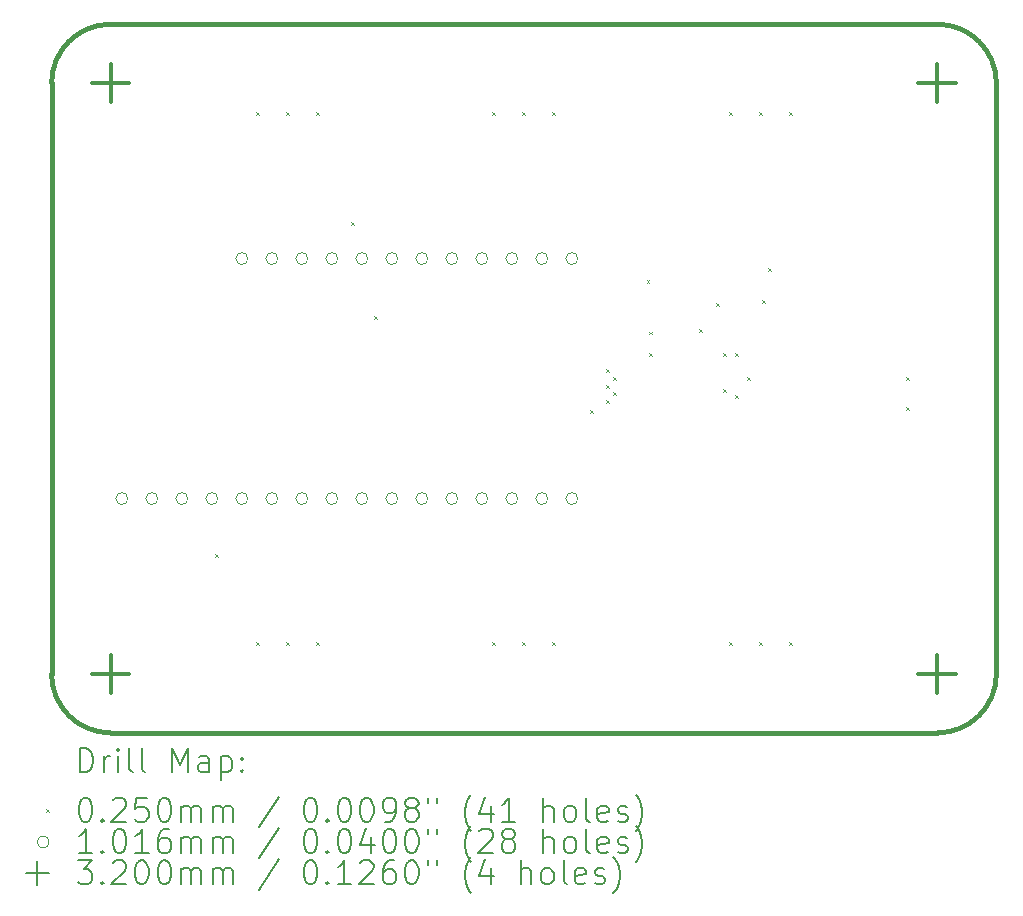
<source format=gbr>
%TF.GenerationSoftware,KiCad,Pcbnew,7.0.11*%
%TF.CreationDate,2025-02-19T11:42:59-05:00*%
%TF.ProjectId,thruster-pcb,74687275-7374-4657-922d-7063622e6b69,1.0*%
%TF.SameCoordinates,Original*%
%TF.FileFunction,Drillmap*%
%TF.FilePolarity,Positive*%
%FSLAX45Y45*%
G04 Gerber Fmt 4.5, Leading zero omitted, Abs format (unit mm)*
G04 Created by KiCad (PCBNEW 7.0.11) date 2025-02-19 11:42:59*
%MOMM*%
%LPD*%
G01*
G04 APERTURE LIST*
%ADD10C,0.400000*%
%ADD11C,0.200000*%
%ADD12C,0.100000*%
%ADD13C,0.101600*%
%ADD14C,0.320000*%
G04 APERTURE END LIST*
D10*
X11815000Y-12635000D02*
X11815000Y-7635000D01*
X19315000Y-13135000D02*
X12315000Y-13135000D01*
X19815000Y-7635000D02*
X19815000Y-12635000D01*
X12315000Y-7135000D02*
G75*
G03*
X11815000Y-7635000I0J-500000D01*
G01*
X19815000Y-7635000D02*
G75*
G03*
X19315000Y-7135000I-500000J0D01*
G01*
X19315000Y-13135000D02*
G75*
G03*
X19815000Y-12635000I0J500000D01*
G01*
X12315000Y-7135000D02*
X19315000Y-7135000D01*
X11815000Y-12635000D02*
G75*
G03*
X12315000Y-13135000I500000J0D01*
G01*
D11*
D12*
X13202500Y-11622500D02*
X13227500Y-11647500D01*
X13227500Y-11622500D02*
X13202500Y-11647500D01*
X13548500Y-7876500D02*
X13573500Y-7901500D01*
X13573500Y-7876500D02*
X13548500Y-7901500D01*
X13548500Y-12368500D02*
X13573500Y-12393500D01*
X13573500Y-12368500D02*
X13548500Y-12393500D01*
X13802500Y-7876500D02*
X13827500Y-7901500D01*
X13827500Y-7876500D02*
X13802500Y-7901500D01*
X13802500Y-12368500D02*
X13827500Y-12393500D01*
X13827500Y-12368500D02*
X13802500Y-12393500D01*
X14056500Y-7876500D02*
X14081500Y-7901500D01*
X14081500Y-7876500D02*
X14056500Y-7901500D01*
X14056500Y-12368500D02*
X14081500Y-12393500D01*
X14081500Y-12368500D02*
X14056500Y-12393500D01*
X14352650Y-8811630D02*
X14377650Y-8836630D01*
X14377650Y-8811630D02*
X14352650Y-8836630D01*
X14545930Y-9605390D02*
X14570930Y-9630390D01*
X14570930Y-9605390D02*
X14545930Y-9630390D01*
X15548500Y-7876500D02*
X15573500Y-7901500D01*
X15573500Y-7876500D02*
X15548500Y-7901500D01*
X15548500Y-12368500D02*
X15573500Y-12393500D01*
X15573500Y-12368500D02*
X15548500Y-12393500D01*
X15802500Y-7876500D02*
X15827500Y-7901500D01*
X15827500Y-7876500D02*
X15802500Y-7901500D01*
X15802500Y-12368500D02*
X15827500Y-12393500D01*
X15827500Y-12368500D02*
X15802500Y-12393500D01*
X16056500Y-7876500D02*
X16081500Y-7901500D01*
X16081500Y-7876500D02*
X16056500Y-7901500D01*
X16056500Y-12368500D02*
X16081500Y-12393500D01*
X16081500Y-12368500D02*
X16056500Y-12393500D01*
X16377500Y-10397500D02*
X16402500Y-10422500D01*
X16402500Y-10397500D02*
X16377500Y-10422500D01*
X16507500Y-10057500D02*
X16532500Y-10082500D01*
X16532500Y-10057500D02*
X16507500Y-10082500D01*
X16507500Y-10187500D02*
X16532500Y-10212500D01*
X16532500Y-10187500D02*
X16507500Y-10212500D01*
X16507500Y-10317500D02*
X16532500Y-10342500D01*
X16532500Y-10317500D02*
X16507500Y-10342500D01*
X16572500Y-10122500D02*
X16597500Y-10147500D01*
X16597500Y-10122500D02*
X16572500Y-10147500D01*
X16572500Y-10252500D02*
X16597500Y-10277500D01*
X16597500Y-10252500D02*
X16572500Y-10277500D01*
X16852500Y-9297500D02*
X16877500Y-9322500D01*
X16877500Y-9297500D02*
X16852500Y-9322500D01*
X16877500Y-9736860D02*
X16902500Y-9761860D01*
X16902500Y-9736860D02*
X16877500Y-9761860D01*
X16877500Y-9922500D02*
X16902500Y-9947500D01*
X16902500Y-9922500D02*
X16877500Y-9947500D01*
X17296140Y-9715800D02*
X17321140Y-9740800D01*
X17321140Y-9715800D02*
X17296140Y-9740800D01*
X17443070Y-9494400D02*
X17468070Y-9519400D01*
X17468070Y-9494400D02*
X17443070Y-9519400D01*
X17502500Y-9922500D02*
X17527500Y-9947500D01*
X17527500Y-9922500D02*
X17502500Y-9947500D01*
X17502500Y-10222500D02*
X17527500Y-10247500D01*
X17527500Y-10222500D02*
X17502500Y-10247500D01*
X17548500Y-7876500D02*
X17573500Y-7901500D01*
X17573500Y-7876500D02*
X17548500Y-7901500D01*
X17548500Y-12368500D02*
X17573500Y-12393500D01*
X17573500Y-12368500D02*
X17548500Y-12393500D01*
X17602500Y-9922500D02*
X17627500Y-9947500D01*
X17627500Y-9922500D02*
X17602500Y-9947500D01*
X17602500Y-10272500D02*
X17627500Y-10297500D01*
X17627500Y-10272500D02*
X17602500Y-10297500D01*
X17702500Y-10122500D02*
X17727500Y-10147500D01*
X17727500Y-10122500D02*
X17702500Y-10147500D01*
X17802500Y-7876500D02*
X17827500Y-7901500D01*
X17827500Y-7876500D02*
X17802500Y-7901500D01*
X17802500Y-12368500D02*
X17827500Y-12393500D01*
X17827500Y-12368500D02*
X17802500Y-12393500D01*
X17827500Y-9472500D02*
X17852500Y-9497500D01*
X17852500Y-9472500D02*
X17827500Y-9497500D01*
X17877500Y-9197500D02*
X17902500Y-9222500D01*
X17902500Y-9197500D02*
X17877500Y-9222500D01*
X18056500Y-7876500D02*
X18081500Y-7901500D01*
X18081500Y-7876500D02*
X18056500Y-7901500D01*
X18056500Y-12368500D02*
X18081500Y-12393500D01*
X18081500Y-12368500D02*
X18056500Y-12393500D01*
X19048500Y-10122500D02*
X19073500Y-10147500D01*
X19073500Y-10122500D02*
X19048500Y-10147500D01*
X19048500Y-10376500D02*
X19073500Y-10401500D01*
X19073500Y-10376500D02*
X19048500Y-10401500D01*
D13*
X12460800Y-11151000D02*
G75*
G03*
X12359200Y-11151000I-50800J0D01*
G01*
X12359200Y-11151000D02*
G75*
G03*
X12460800Y-11151000I50800J0D01*
G01*
X12714800Y-11151000D02*
G75*
G03*
X12613200Y-11151000I-50800J0D01*
G01*
X12613200Y-11151000D02*
G75*
G03*
X12714800Y-11151000I50800J0D01*
G01*
X12968800Y-11151000D02*
G75*
G03*
X12867200Y-11151000I-50800J0D01*
G01*
X12867200Y-11151000D02*
G75*
G03*
X12968800Y-11151000I50800J0D01*
G01*
X13222800Y-11151000D02*
G75*
G03*
X13121200Y-11151000I-50800J0D01*
G01*
X13121200Y-11151000D02*
G75*
G03*
X13222800Y-11151000I50800J0D01*
G01*
X13476800Y-9119000D02*
G75*
G03*
X13375200Y-9119000I-50800J0D01*
G01*
X13375200Y-9119000D02*
G75*
G03*
X13476800Y-9119000I50800J0D01*
G01*
X13476800Y-11151000D02*
G75*
G03*
X13375200Y-11151000I-50800J0D01*
G01*
X13375200Y-11151000D02*
G75*
G03*
X13476800Y-11151000I50800J0D01*
G01*
X13730800Y-9119000D02*
G75*
G03*
X13629200Y-9119000I-50800J0D01*
G01*
X13629200Y-9119000D02*
G75*
G03*
X13730800Y-9119000I50800J0D01*
G01*
X13730800Y-11151000D02*
G75*
G03*
X13629200Y-11151000I-50800J0D01*
G01*
X13629200Y-11151000D02*
G75*
G03*
X13730800Y-11151000I50800J0D01*
G01*
X13984800Y-9119000D02*
G75*
G03*
X13883200Y-9119000I-50800J0D01*
G01*
X13883200Y-9119000D02*
G75*
G03*
X13984800Y-9119000I50800J0D01*
G01*
X13984800Y-11151000D02*
G75*
G03*
X13883200Y-11151000I-50800J0D01*
G01*
X13883200Y-11151000D02*
G75*
G03*
X13984800Y-11151000I50800J0D01*
G01*
X14238800Y-9119000D02*
G75*
G03*
X14137200Y-9119000I-50800J0D01*
G01*
X14137200Y-9119000D02*
G75*
G03*
X14238800Y-9119000I50800J0D01*
G01*
X14238800Y-11151000D02*
G75*
G03*
X14137200Y-11151000I-50800J0D01*
G01*
X14137200Y-11151000D02*
G75*
G03*
X14238800Y-11151000I50800J0D01*
G01*
X14492800Y-9119000D02*
G75*
G03*
X14391200Y-9119000I-50800J0D01*
G01*
X14391200Y-9119000D02*
G75*
G03*
X14492800Y-9119000I50800J0D01*
G01*
X14492800Y-11151000D02*
G75*
G03*
X14391200Y-11151000I-50800J0D01*
G01*
X14391200Y-11151000D02*
G75*
G03*
X14492800Y-11151000I50800J0D01*
G01*
X14746800Y-9119000D02*
G75*
G03*
X14645200Y-9119000I-50800J0D01*
G01*
X14645200Y-9119000D02*
G75*
G03*
X14746800Y-9119000I50800J0D01*
G01*
X14746800Y-11151000D02*
G75*
G03*
X14645200Y-11151000I-50800J0D01*
G01*
X14645200Y-11151000D02*
G75*
G03*
X14746800Y-11151000I50800J0D01*
G01*
X15000800Y-9119000D02*
G75*
G03*
X14899200Y-9119000I-50800J0D01*
G01*
X14899200Y-9119000D02*
G75*
G03*
X15000800Y-9119000I50800J0D01*
G01*
X15000800Y-11151000D02*
G75*
G03*
X14899200Y-11151000I-50800J0D01*
G01*
X14899200Y-11151000D02*
G75*
G03*
X15000800Y-11151000I50800J0D01*
G01*
X15254800Y-9119000D02*
G75*
G03*
X15153200Y-9119000I-50800J0D01*
G01*
X15153200Y-9119000D02*
G75*
G03*
X15254800Y-9119000I50800J0D01*
G01*
X15254800Y-11151000D02*
G75*
G03*
X15153200Y-11151000I-50800J0D01*
G01*
X15153200Y-11151000D02*
G75*
G03*
X15254800Y-11151000I50800J0D01*
G01*
X15508800Y-9119000D02*
G75*
G03*
X15407200Y-9119000I-50800J0D01*
G01*
X15407200Y-9119000D02*
G75*
G03*
X15508800Y-9119000I50800J0D01*
G01*
X15508800Y-11151000D02*
G75*
G03*
X15407200Y-11151000I-50800J0D01*
G01*
X15407200Y-11151000D02*
G75*
G03*
X15508800Y-11151000I50800J0D01*
G01*
X15762800Y-9119000D02*
G75*
G03*
X15661200Y-9119000I-50800J0D01*
G01*
X15661200Y-9119000D02*
G75*
G03*
X15762800Y-9119000I50800J0D01*
G01*
X15762800Y-11151000D02*
G75*
G03*
X15661200Y-11151000I-50800J0D01*
G01*
X15661200Y-11151000D02*
G75*
G03*
X15762800Y-11151000I50800J0D01*
G01*
X16016800Y-9119000D02*
G75*
G03*
X15915200Y-9119000I-50800J0D01*
G01*
X15915200Y-9119000D02*
G75*
G03*
X16016800Y-9119000I50800J0D01*
G01*
X16016800Y-11151000D02*
G75*
G03*
X15915200Y-11151000I-50800J0D01*
G01*
X15915200Y-11151000D02*
G75*
G03*
X16016800Y-11151000I50800J0D01*
G01*
X16270800Y-9119000D02*
G75*
G03*
X16169200Y-9119000I-50800J0D01*
G01*
X16169200Y-9119000D02*
G75*
G03*
X16270800Y-9119000I50800J0D01*
G01*
X16270800Y-11151000D02*
G75*
G03*
X16169200Y-11151000I-50800J0D01*
G01*
X16169200Y-11151000D02*
G75*
G03*
X16270800Y-11151000I50800J0D01*
G01*
D14*
X12315000Y-7475000D02*
X12315000Y-7795000D01*
X12155000Y-7635000D02*
X12475000Y-7635000D01*
X12315000Y-12475000D02*
X12315000Y-12795000D01*
X12155000Y-12635000D02*
X12475000Y-12635000D01*
X19315000Y-7475000D02*
X19315000Y-7795000D01*
X19155000Y-7635000D02*
X19475000Y-7635000D01*
X19315000Y-12475000D02*
X19315000Y-12795000D01*
X19155000Y-12635000D02*
X19475000Y-12635000D01*
D11*
X12055777Y-13466484D02*
X12055777Y-13266484D01*
X12055777Y-13266484D02*
X12103396Y-13266484D01*
X12103396Y-13266484D02*
X12131967Y-13276008D01*
X12131967Y-13276008D02*
X12151015Y-13295055D01*
X12151015Y-13295055D02*
X12160539Y-13314103D01*
X12160539Y-13314103D02*
X12170062Y-13352198D01*
X12170062Y-13352198D02*
X12170062Y-13380769D01*
X12170062Y-13380769D02*
X12160539Y-13418865D01*
X12160539Y-13418865D02*
X12151015Y-13437912D01*
X12151015Y-13437912D02*
X12131967Y-13456960D01*
X12131967Y-13456960D02*
X12103396Y-13466484D01*
X12103396Y-13466484D02*
X12055777Y-13466484D01*
X12255777Y-13466484D02*
X12255777Y-13333150D01*
X12255777Y-13371246D02*
X12265301Y-13352198D01*
X12265301Y-13352198D02*
X12274824Y-13342674D01*
X12274824Y-13342674D02*
X12293872Y-13333150D01*
X12293872Y-13333150D02*
X12312920Y-13333150D01*
X12379586Y-13466484D02*
X12379586Y-13333150D01*
X12379586Y-13266484D02*
X12370062Y-13276008D01*
X12370062Y-13276008D02*
X12379586Y-13285531D01*
X12379586Y-13285531D02*
X12389110Y-13276008D01*
X12389110Y-13276008D02*
X12379586Y-13266484D01*
X12379586Y-13266484D02*
X12379586Y-13285531D01*
X12503396Y-13466484D02*
X12484348Y-13456960D01*
X12484348Y-13456960D02*
X12474824Y-13437912D01*
X12474824Y-13437912D02*
X12474824Y-13266484D01*
X12608158Y-13466484D02*
X12589110Y-13456960D01*
X12589110Y-13456960D02*
X12579586Y-13437912D01*
X12579586Y-13437912D02*
X12579586Y-13266484D01*
X12836729Y-13466484D02*
X12836729Y-13266484D01*
X12836729Y-13266484D02*
X12903396Y-13409341D01*
X12903396Y-13409341D02*
X12970062Y-13266484D01*
X12970062Y-13266484D02*
X12970062Y-13466484D01*
X13151015Y-13466484D02*
X13151015Y-13361722D01*
X13151015Y-13361722D02*
X13141491Y-13342674D01*
X13141491Y-13342674D02*
X13122443Y-13333150D01*
X13122443Y-13333150D02*
X13084348Y-13333150D01*
X13084348Y-13333150D02*
X13065301Y-13342674D01*
X13151015Y-13456960D02*
X13131967Y-13466484D01*
X13131967Y-13466484D02*
X13084348Y-13466484D01*
X13084348Y-13466484D02*
X13065301Y-13456960D01*
X13065301Y-13456960D02*
X13055777Y-13437912D01*
X13055777Y-13437912D02*
X13055777Y-13418865D01*
X13055777Y-13418865D02*
X13065301Y-13399817D01*
X13065301Y-13399817D02*
X13084348Y-13390293D01*
X13084348Y-13390293D02*
X13131967Y-13390293D01*
X13131967Y-13390293D02*
X13151015Y-13380769D01*
X13246253Y-13333150D02*
X13246253Y-13533150D01*
X13246253Y-13342674D02*
X13265301Y-13333150D01*
X13265301Y-13333150D02*
X13303396Y-13333150D01*
X13303396Y-13333150D02*
X13322443Y-13342674D01*
X13322443Y-13342674D02*
X13331967Y-13352198D01*
X13331967Y-13352198D02*
X13341491Y-13371246D01*
X13341491Y-13371246D02*
X13341491Y-13428388D01*
X13341491Y-13428388D02*
X13331967Y-13447436D01*
X13331967Y-13447436D02*
X13322443Y-13456960D01*
X13322443Y-13456960D02*
X13303396Y-13466484D01*
X13303396Y-13466484D02*
X13265301Y-13466484D01*
X13265301Y-13466484D02*
X13246253Y-13456960D01*
X13427205Y-13447436D02*
X13436729Y-13456960D01*
X13436729Y-13456960D02*
X13427205Y-13466484D01*
X13427205Y-13466484D02*
X13417682Y-13456960D01*
X13417682Y-13456960D02*
X13427205Y-13447436D01*
X13427205Y-13447436D02*
X13427205Y-13466484D01*
X13427205Y-13342674D02*
X13436729Y-13352198D01*
X13436729Y-13352198D02*
X13427205Y-13361722D01*
X13427205Y-13361722D02*
X13417682Y-13352198D01*
X13417682Y-13352198D02*
X13427205Y-13342674D01*
X13427205Y-13342674D02*
X13427205Y-13361722D01*
D12*
X11770000Y-13782500D02*
X11795000Y-13807500D01*
X11795000Y-13782500D02*
X11770000Y-13807500D01*
D11*
X12093872Y-13686484D02*
X12112920Y-13686484D01*
X12112920Y-13686484D02*
X12131967Y-13696008D01*
X12131967Y-13696008D02*
X12141491Y-13705531D01*
X12141491Y-13705531D02*
X12151015Y-13724579D01*
X12151015Y-13724579D02*
X12160539Y-13762674D01*
X12160539Y-13762674D02*
X12160539Y-13810293D01*
X12160539Y-13810293D02*
X12151015Y-13848388D01*
X12151015Y-13848388D02*
X12141491Y-13867436D01*
X12141491Y-13867436D02*
X12131967Y-13876960D01*
X12131967Y-13876960D02*
X12112920Y-13886484D01*
X12112920Y-13886484D02*
X12093872Y-13886484D01*
X12093872Y-13886484D02*
X12074824Y-13876960D01*
X12074824Y-13876960D02*
X12065301Y-13867436D01*
X12065301Y-13867436D02*
X12055777Y-13848388D01*
X12055777Y-13848388D02*
X12046253Y-13810293D01*
X12046253Y-13810293D02*
X12046253Y-13762674D01*
X12046253Y-13762674D02*
X12055777Y-13724579D01*
X12055777Y-13724579D02*
X12065301Y-13705531D01*
X12065301Y-13705531D02*
X12074824Y-13696008D01*
X12074824Y-13696008D02*
X12093872Y-13686484D01*
X12246253Y-13867436D02*
X12255777Y-13876960D01*
X12255777Y-13876960D02*
X12246253Y-13886484D01*
X12246253Y-13886484D02*
X12236729Y-13876960D01*
X12236729Y-13876960D02*
X12246253Y-13867436D01*
X12246253Y-13867436D02*
X12246253Y-13886484D01*
X12331967Y-13705531D02*
X12341491Y-13696008D01*
X12341491Y-13696008D02*
X12360539Y-13686484D01*
X12360539Y-13686484D02*
X12408158Y-13686484D01*
X12408158Y-13686484D02*
X12427205Y-13696008D01*
X12427205Y-13696008D02*
X12436729Y-13705531D01*
X12436729Y-13705531D02*
X12446253Y-13724579D01*
X12446253Y-13724579D02*
X12446253Y-13743627D01*
X12446253Y-13743627D02*
X12436729Y-13772198D01*
X12436729Y-13772198D02*
X12322443Y-13886484D01*
X12322443Y-13886484D02*
X12446253Y-13886484D01*
X12627205Y-13686484D02*
X12531967Y-13686484D01*
X12531967Y-13686484D02*
X12522443Y-13781722D01*
X12522443Y-13781722D02*
X12531967Y-13772198D01*
X12531967Y-13772198D02*
X12551015Y-13762674D01*
X12551015Y-13762674D02*
X12598634Y-13762674D01*
X12598634Y-13762674D02*
X12617682Y-13772198D01*
X12617682Y-13772198D02*
X12627205Y-13781722D01*
X12627205Y-13781722D02*
X12636729Y-13800769D01*
X12636729Y-13800769D02*
X12636729Y-13848388D01*
X12636729Y-13848388D02*
X12627205Y-13867436D01*
X12627205Y-13867436D02*
X12617682Y-13876960D01*
X12617682Y-13876960D02*
X12598634Y-13886484D01*
X12598634Y-13886484D02*
X12551015Y-13886484D01*
X12551015Y-13886484D02*
X12531967Y-13876960D01*
X12531967Y-13876960D02*
X12522443Y-13867436D01*
X12760539Y-13686484D02*
X12779586Y-13686484D01*
X12779586Y-13686484D02*
X12798634Y-13696008D01*
X12798634Y-13696008D02*
X12808158Y-13705531D01*
X12808158Y-13705531D02*
X12817682Y-13724579D01*
X12817682Y-13724579D02*
X12827205Y-13762674D01*
X12827205Y-13762674D02*
X12827205Y-13810293D01*
X12827205Y-13810293D02*
X12817682Y-13848388D01*
X12817682Y-13848388D02*
X12808158Y-13867436D01*
X12808158Y-13867436D02*
X12798634Y-13876960D01*
X12798634Y-13876960D02*
X12779586Y-13886484D01*
X12779586Y-13886484D02*
X12760539Y-13886484D01*
X12760539Y-13886484D02*
X12741491Y-13876960D01*
X12741491Y-13876960D02*
X12731967Y-13867436D01*
X12731967Y-13867436D02*
X12722443Y-13848388D01*
X12722443Y-13848388D02*
X12712920Y-13810293D01*
X12712920Y-13810293D02*
X12712920Y-13762674D01*
X12712920Y-13762674D02*
X12722443Y-13724579D01*
X12722443Y-13724579D02*
X12731967Y-13705531D01*
X12731967Y-13705531D02*
X12741491Y-13696008D01*
X12741491Y-13696008D02*
X12760539Y-13686484D01*
X12912920Y-13886484D02*
X12912920Y-13753150D01*
X12912920Y-13772198D02*
X12922443Y-13762674D01*
X12922443Y-13762674D02*
X12941491Y-13753150D01*
X12941491Y-13753150D02*
X12970063Y-13753150D01*
X12970063Y-13753150D02*
X12989110Y-13762674D01*
X12989110Y-13762674D02*
X12998634Y-13781722D01*
X12998634Y-13781722D02*
X12998634Y-13886484D01*
X12998634Y-13781722D02*
X13008158Y-13762674D01*
X13008158Y-13762674D02*
X13027205Y-13753150D01*
X13027205Y-13753150D02*
X13055777Y-13753150D01*
X13055777Y-13753150D02*
X13074824Y-13762674D01*
X13074824Y-13762674D02*
X13084348Y-13781722D01*
X13084348Y-13781722D02*
X13084348Y-13886484D01*
X13179586Y-13886484D02*
X13179586Y-13753150D01*
X13179586Y-13772198D02*
X13189110Y-13762674D01*
X13189110Y-13762674D02*
X13208158Y-13753150D01*
X13208158Y-13753150D02*
X13236729Y-13753150D01*
X13236729Y-13753150D02*
X13255777Y-13762674D01*
X13255777Y-13762674D02*
X13265301Y-13781722D01*
X13265301Y-13781722D02*
X13265301Y-13886484D01*
X13265301Y-13781722D02*
X13274824Y-13762674D01*
X13274824Y-13762674D02*
X13293872Y-13753150D01*
X13293872Y-13753150D02*
X13322443Y-13753150D01*
X13322443Y-13753150D02*
X13341491Y-13762674D01*
X13341491Y-13762674D02*
X13351015Y-13781722D01*
X13351015Y-13781722D02*
X13351015Y-13886484D01*
X13741491Y-13676960D02*
X13570063Y-13934103D01*
X13998634Y-13686484D02*
X14017682Y-13686484D01*
X14017682Y-13686484D02*
X14036729Y-13696008D01*
X14036729Y-13696008D02*
X14046253Y-13705531D01*
X14046253Y-13705531D02*
X14055777Y-13724579D01*
X14055777Y-13724579D02*
X14065301Y-13762674D01*
X14065301Y-13762674D02*
X14065301Y-13810293D01*
X14065301Y-13810293D02*
X14055777Y-13848388D01*
X14055777Y-13848388D02*
X14046253Y-13867436D01*
X14046253Y-13867436D02*
X14036729Y-13876960D01*
X14036729Y-13876960D02*
X14017682Y-13886484D01*
X14017682Y-13886484D02*
X13998634Y-13886484D01*
X13998634Y-13886484D02*
X13979586Y-13876960D01*
X13979586Y-13876960D02*
X13970063Y-13867436D01*
X13970063Y-13867436D02*
X13960539Y-13848388D01*
X13960539Y-13848388D02*
X13951015Y-13810293D01*
X13951015Y-13810293D02*
X13951015Y-13762674D01*
X13951015Y-13762674D02*
X13960539Y-13724579D01*
X13960539Y-13724579D02*
X13970063Y-13705531D01*
X13970063Y-13705531D02*
X13979586Y-13696008D01*
X13979586Y-13696008D02*
X13998634Y-13686484D01*
X14151015Y-13867436D02*
X14160539Y-13876960D01*
X14160539Y-13876960D02*
X14151015Y-13886484D01*
X14151015Y-13886484D02*
X14141491Y-13876960D01*
X14141491Y-13876960D02*
X14151015Y-13867436D01*
X14151015Y-13867436D02*
X14151015Y-13886484D01*
X14284348Y-13686484D02*
X14303396Y-13686484D01*
X14303396Y-13686484D02*
X14322444Y-13696008D01*
X14322444Y-13696008D02*
X14331967Y-13705531D01*
X14331967Y-13705531D02*
X14341491Y-13724579D01*
X14341491Y-13724579D02*
X14351015Y-13762674D01*
X14351015Y-13762674D02*
X14351015Y-13810293D01*
X14351015Y-13810293D02*
X14341491Y-13848388D01*
X14341491Y-13848388D02*
X14331967Y-13867436D01*
X14331967Y-13867436D02*
X14322444Y-13876960D01*
X14322444Y-13876960D02*
X14303396Y-13886484D01*
X14303396Y-13886484D02*
X14284348Y-13886484D01*
X14284348Y-13886484D02*
X14265301Y-13876960D01*
X14265301Y-13876960D02*
X14255777Y-13867436D01*
X14255777Y-13867436D02*
X14246253Y-13848388D01*
X14246253Y-13848388D02*
X14236729Y-13810293D01*
X14236729Y-13810293D02*
X14236729Y-13762674D01*
X14236729Y-13762674D02*
X14246253Y-13724579D01*
X14246253Y-13724579D02*
X14255777Y-13705531D01*
X14255777Y-13705531D02*
X14265301Y-13696008D01*
X14265301Y-13696008D02*
X14284348Y-13686484D01*
X14474825Y-13686484D02*
X14493872Y-13686484D01*
X14493872Y-13686484D02*
X14512920Y-13696008D01*
X14512920Y-13696008D02*
X14522444Y-13705531D01*
X14522444Y-13705531D02*
X14531967Y-13724579D01*
X14531967Y-13724579D02*
X14541491Y-13762674D01*
X14541491Y-13762674D02*
X14541491Y-13810293D01*
X14541491Y-13810293D02*
X14531967Y-13848388D01*
X14531967Y-13848388D02*
X14522444Y-13867436D01*
X14522444Y-13867436D02*
X14512920Y-13876960D01*
X14512920Y-13876960D02*
X14493872Y-13886484D01*
X14493872Y-13886484D02*
X14474825Y-13886484D01*
X14474825Y-13886484D02*
X14455777Y-13876960D01*
X14455777Y-13876960D02*
X14446253Y-13867436D01*
X14446253Y-13867436D02*
X14436729Y-13848388D01*
X14436729Y-13848388D02*
X14427206Y-13810293D01*
X14427206Y-13810293D02*
X14427206Y-13762674D01*
X14427206Y-13762674D02*
X14436729Y-13724579D01*
X14436729Y-13724579D02*
X14446253Y-13705531D01*
X14446253Y-13705531D02*
X14455777Y-13696008D01*
X14455777Y-13696008D02*
X14474825Y-13686484D01*
X14636729Y-13886484D02*
X14674825Y-13886484D01*
X14674825Y-13886484D02*
X14693872Y-13876960D01*
X14693872Y-13876960D02*
X14703396Y-13867436D01*
X14703396Y-13867436D02*
X14722444Y-13838865D01*
X14722444Y-13838865D02*
X14731967Y-13800769D01*
X14731967Y-13800769D02*
X14731967Y-13724579D01*
X14731967Y-13724579D02*
X14722444Y-13705531D01*
X14722444Y-13705531D02*
X14712920Y-13696008D01*
X14712920Y-13696008D02*
X14693872Y-13686484D01*
X14693872Y-13686484D02*
X14655777Y-13686484D01*
X14655777Y-13686484D02*
X14636729Y-13696008D01*
X14636729Y-13696008D02*
X14627206Y-13705531D01*
X14627206Y-13705531D02*
X14617682Y-13724579D01*
X14617682Y-13724579D02*
X14617682Y-13772198D01*
X14617682Y-13772198D02*
X14627206Y-13791246D01*
X14627206Y-13791246D02*
X14636729Y-13800769D01*
X14636729Y-13800769D02*
X14655777Y-13810293D01*
X14655777Y-13810293D02*
X14693872Y-13810293D01*
X14693872Y-13810293D02*
X14712920Y-13800769D01*
X14712920Y-13800769D02*
X14722444Y-13791246D01*
X14722444Y-13791246D02*
X14731967Y-13772198D01*
X14846253Y-13772198D02*
X14827206Y-13762674D01*
X14827206Y-13762674D02*
X14817682Y-13753150D01*
X14817682Y-13753150D02*
X14808158Y-13734103D01*
X14808158Y-13734103D02*
X14808158Y-13724579D01*
X14808158Y-13724579D02*
X14817682Y-13705531D01*
X14817682Y-13705531D02*
X14827206Y-13696008D01*
X14827206Y-13696008D02*
X14846253Y-13686484D01*
X14846253Y-13686484D02*
X14884348Y-13686484D01*
X14884348Y-13686484D02*
X14903396Y-13696008D01*
X14903396Y-13696008D02*
X14912920Y-13705531D01*
X14912920Y-13705531D02*
X14922444Y-13724579D01*
X14922444Y-13724579D02*
X14922444Y-13734103D01*
X14922444Y-13734103D02*
X14912920Y-13753150D01*
X14912920Y-13753150D02*
X14903396Y-13762674D01*
X14903396Y-13762674D02*
X14884348Y-13772198D01*
X14884348Y-13772198D02*
X14846253Y-13772198D01*
X14846253Y-13772198D02*
X14827206Y-13781722D01*
X14827206Y-13781722D02*
X14817682Y-13791246D01*
X14817682Y-13791246D02*
X14808158Y-13810293D01*
X14808158Y-13810293D02*
X14808158Y-13848388D01*
X14808158Y-13848388D02*
X14817682Y-13867436D01*
X14817682Y-13867436D02*
X14827206Y-13876960D01*
X14827206Y-13876960D02*
X14846253Y-13886484D01*
X14846253Y-13886484D02*
X14884348Y-13886484D01*
X14884348Y-13886484D02*
X14903396Y-13876960D01*
X14903396Y-13876960D02*
X14912920Y-13867436D01*
X14912920Y-13867436D02*
X14922444Y-13848388D01*
X14922444Y-13848388D02*
X14922444Y-13810293D01*
X14922444Y-13810293D02*
X14912920Y-13791246D01*
X14912920Y-13791246D02*
X14903396Y-13781722D01*
X14903396Y-13781722D02*
X14884348Y-13772198D01*
X14998634Y-13686484D02*
X14998634Y-13724579D01*
X15074825Y-13686484D02*
X15074825Y-13724579D01*
X15370063Y-13962674D02*
X15360539Y-13953150D01*
X15360539Y-13953150D02*
X15341491Y-13924579D01*
X15341491Y-13924579D02*
X15331968Y-13905531D01*
X15331968Y-13905531D02*
X15322444Y-13876960D01*
X15322444Y-13876960D02*
X15312920Y-13829341D01*
X15312920Y-13829341D02*
X15312920Y-13791246D01*
X15312920Y-13791246D02*
X15322444Y-13743627D01*
X15322444Y-13743627D02*
X15331968Y-13715055D01*
X15331968Y-13715055D02*
X15341491Y-13696008D01*
X15341491Y-13696008D02*
X15360539Y-13667436D01*
X15360539Y-13667436D02*
X15370063Y-13657912D01*
X15531968Y-13753150D02*
X15531968Y-13886484D01*
X15484348Y-13676960D02*
X15436729Y-13819817D01*
X15436729Y-13819817D02*
X15560539Y-13819817D01*
X15741491Y-13886484D02*
X15627206Y-13886484D01*
X15684348Y-13886484D02*
X15684348Y-13686484D01*
X15684348Y-13686484D02*
X15665301Y-13715055D01*
X15665301Y-13715055D02*
X15646253Y-13734103D01*
X15646253Y-13734103D02*
X15627206Y-13743627D01*
X15979587Y-13886484D02*
X15979587Y-13686484D01*
X16065301Y-13886484D02*
X16065301Y-13781722D01*
X16065301Y-13781722D02*
X16055777Y-13762674D01*
X16055777Y-13762674D02*
X16036730Y-13753150D01*
X16036730Y-13753150D02*
X16008158Y-13753150D01*
X16008158Y-13753150D02*
X15989110Y-13762674D01*
X15989110Y-13762674D02*
X15979587Y-13772198D01*
X16189110Y-13886484D02*
X16170063Y-13876960D01*
X16170063Y-13876960D02*
X16160539Y-13867436D01*
X16160539Y-13867436D02*
X16151015Y-13848388D01*
X16151015Y-13848388D02*
X16151015Y-13791246D01*
X16151015Y-13791246D02*
X16160539Y-13772198D01*
X16160539Y-13772198D02*
X16170063Y-13762674D01*
X16170063Y-13762674D02*
X16189110Y-13753150D01*
X16189110Y-13753150D02*
X16217682Y-13753150D01*
X16217682Y-13753150D02*
X16236730Y-13762674D01*
X16236730Y-13762674D02*
X16246253Y-13772198D01*
X16246253Y-13772198D02*
X16255777Y-13791246D01*
X16255777Y-13791246D02*
X16255777Y-13848388D01*
X16255777Y-13848388D02*
X16246253Y-13867436D01*
X16246253Y-13867436D02*
X16236730Y-13876960D01*
X16236730Y-13876960D02*
X16217682Y-13886484D01*
X16217682Y-13886484D02*
X16189110Y-13886484D01*
X16370063Y-13886484D02*
X16351015Y-13876960D01*
X16351015Y-13876960D02*
X16341491Y-13857912D01*
X16341491Y-13857912D02*
X16341491Y-13686484D01*
X16522444Y-13876960D02*
X16503396Y-13886484D01*
X16503396Y-13886484D02*
X16465301Y-13886484D01*
X16465301Y-13886484D02*
X16446253Y-13876960D01*
X16446253Y-13876960D02*
X16436730Y-13857912D01*
X16436730Y-13857912D02*
X16436730Y-13781722D01*
X16436730Y-13781722D02*
X16446253Y-13762674D01*
X16446253Y-13762674D02*
X16465301Y-13753150D01*
X16465301Y-13753150D02*
X16503396Y-13753150D01*
X16503396Y-13753150D02*
X16522444Y-13762674D01*
X16522444Y-13762674D02*
X16531968Y-13781722D01*
X16531968Y-13781722D02*
X16531968Y-13800769D01*
X16531968Y-13800769D02*
X16436730Y-13819817D01*
X16608158Y-13876960D02*
X16627206Y-13886484D01*
X16627206Y-13886484D02*
X16665301Y-13886484D01*
X16665301Y-13886484D02*
X16684349Y-13876960D01*
X16684349Y-13876960D02*
X16693872Y-13857912D01*
X16693872Y-13857912D02*
X16693872Y-13848388D01*
X16693872Y-13848388D02*
X16684349Y-13829341D01*
X16684349Y-13829341D02*
X16665301Y-13819817D01*
X16665301Y-13819817D02*
X16636730Y-13819817D01*
X16636730Y-13819817D02*
X16617682Y-13810293D01*
X16617682Y-13810293D02*
X16608158Y-13791246D01*
X16608158Y-13791246D02*
X16608158Y-13781722D01*
X16608158Y-13781722D02*
X16617682Y-13762674D01*
X16617682Y-13762674D02*
X16636730Y-13753150D01*
X16636730Y-13753150D02*
X16665301Y-13753150D01*
X16665301Y-13753150D02*
X16684349Y-13762674D01*
X16760539Y-13962674D02*
X16770063Y-13953150D01*
X16770063Y-13953150D02*
X16789111Y-13924579D01*
X16789111Y-13924579D02*
X16798634Y-13905531D01*
X16798634Y-13905531D02*
X16808158Y-13876960D01*
X16808158Y-13876960D02*
X16817682Y-13829341D01*
X16817682Y-13829341D02*
X16817682Y-13791246D01*
X16817682Y-13791246D02*
X16808158Y-13743627D01*
X16808158Y-13743627D02*
X16798634Y-13715055D01*
X16798634Y-13715055D02*
X16789111Y-13696008D01*
X16789111Y-13696008D02*
X16770063Y-13667436D01*
X16770063Y-13667436D02*
X16760539Y-13657912D01*
D13*
X11795000Y-14059000D02*
G75*
G03*
X11693400Y-14059000I-50800J0D01*
G01*
X11693400Y-14059000D02*
G75*
G03*
X11795000Y-14059000I50800J0D01*
G01*
D11*
X12160539Y-14150484D02*
X12046253Y-14150484D01*
X12103396Y-14150484D02*
X12103396Y-13950484D01*
X12103396Y-13950484D02*
X12084348Y-13979055D01*
X12084348Y-13979055D02*
X12065301Y-13998103D01*
X12065301Y-13998103D02*
X12046253Y-14007627D01*
X12246253Y-14131436D02*
X12255777Y-14140960D01*
X12255777Y-14140960D02*
X12246253Y-14150484D01*
X12246253Y-14150484D02*
X12236729Y-14140960D01*
X12236729Y-14140960D02*
X12246253Y-14131436D01*
X12246253Y-14131436D02*
X12246253Y-14150484D01*
X12379586Y-13950484D02*
X12398634Y-13950484D01*
X12398634Y-13950484D02*
X12417682Y-13960008D01*
X12417682Y-13960008D02*
X12427205Y-13969531D01*
X12427205Y-13969531D02*
X12436729Y-13988579D01*
X12436729Y-13988579D02*
X12446253Y-14026674D01*
X12446253Y-14026674D02*
X12446253Y-14074293D01*
X12446253Y-14074293D02*
X12436729Y-14112388D01*
X12436729Y-14112388D02*
X12427205Y-14131436D01*
X12427205Y-14131436D02*
X12417682Y-14140960D01*
X12417682Y-14140960D02*
X12398634Y-14150484D01*
X12398634Y-14150484D02*
X12379586Y-14150484D01*
X12379586Y-14150484D02*
X12360539Y-14140960D01*
X12360539Y-14140960D02*
X12351015Y-14131436D01*
X12351015Y-14131436D02*
X12341491Y-14112388D01*
X12341491Y-14112388D02*
X12331967Y-14074293D01*
X12331967Y-14074293D02*
X12331967Y-14026674D01*
X12331967Y-14026674D02*
X12341491Y-13988579D01*
X12341491Y-13988579D02*
X12351015Y-13969531D01*
X12351015Y-13969531D02*
X12360539Y-13960008D01*
X12360539Y-13960008D02*
X12379586Y-13950484D01*
X12636729Y-14150484D02*
X12522443Y-14150484D01*
X12579586Y-14150484D02*
X12579586Y-13950484D01*
X12579586Y-13950484D02*
X12560539Y-13979055D01*
X12560539Y-13979055D02*
X12541491Y-13998103D01*
X12541491Y-13998103D02*
X12522443Y-14007627D01*
X12808158Y-13950484D02*
X12770062Y-13950484D01*
X12770062Y-13950484D02*
X12751015Y-13960008D01*
X12751015Y-13960008D02*
X12741491Y-13969531D01*
X12741491Y-13969531D02*
X12722443Y-13998103D01*
X12722443Y-13998103D02*
X12712920Y-14036198D01*
X12712920Y-14036198D02*
X12712920Y-14112388D01*
X12712920Y-14112388D02*
X12722443Y-14131436D01*
X12722443Y-14131436D02*
X12731967Y-14140960D01*
X12731967Y-14140960D02*
X12751015Y-14150484D01*
X12751015Y-14150484D02*
X12789110Y-14150484D01*
X12789110Y-14150484D02*
X12808158Y-14140960D01*
X12808158Y-14140960D02*
X12817682Y-14131436D01*
X12817682Y-14131436D02*
X12827205Y-14112388D01*
X12827205Y-14112388D02*
X12827205Y-14064769D01*
X12827205Y-14064769D02*
X12817682Y-14045722D01*
X12817682Y-14045722D02*
X12808158Y-14036198D01*
X12808158Y-14036198D02*
X12789110Y-14026674D01*
X12789110Y-14026674D02*
X12751015Y-14026674D01*
X12751015Y-14026674D02*
X12731967Y-14036198D01*
X12731967Y-14036198D02*
X12722443Y-14045722D01*
X12722443Y-14045722D02*
X12712920Y-14064769D01*
X12912920Y-14150484D02*
X12912920Y-14017150D01*
X12912920Y-14036198D02*
X12922443Y-14026674D01*
X12922443Y-14026674D02*
X12941491Y-14017150D01*
X12941491Y-14017150D02*
X12970063Y-14017150D01*
X12970063Y-14017150D02*
X12989110Y-14026674D01*
X12989110Y-14026674D02*
X12998634Y-14045722D01*
X12998634Y-14045722D02*
X12998634Y-14150484D01*
X12998634Y-14045722D02*
X13008158Y-14026674D01*
X13008158Y-14026674D02*
X13027205Y-14017150D01*
X13027205Y-14017150D02*
X13055777Y-14017150D01*
X13055777Y-14017150D02*
X13074824Y-14026674D01*
X13074824Y-14026674D02*
X13084348Y-14045722D01*
X13084348Y-14045722D02*
X13084348Y-14150484D01*
X13179586Y-14150484D02*
X13179586Y-14017150D01*
X13179586Y-14036198D02*
X13189110Y-14026674D01*
X13189110Y-14026674D02*
X13208158Y-14017150D01*
X13208158Y-14017150D02*
X13236729Y-14017150D01*
X13236729Y-14017150D02*
X13255777Y-14026674D01*
X13255777Y-14026674D02*
X13265301Y-14045722D01*
X13265301Y-14045722D02*
X13265301Y-14150484D01*
X13265301Y-14045722D02*
X13274824Y-14026674D01*
X13274824Y-14026674D02*
X13293872Y-14017150D01*
X13293872Y-14017150D02*
X13322443Y-14017150D01*
X13322443Y-14017150D02*
X13341491Y-14026674D01*
X13341491Y-14026674D02*
X13351015Y-14045722D01*
X13351015Y-14045722D02*
X13351015Y-14150484D01*
X13741491Y-13940960D02*
X13570063Y-14198103D01*
X13998634Y-13950484D02*
X14017682Y-13950484D01*
X14017682Y-13950484D02*
X14036729Y-13960008D01*
X14036729Y-13960008D02*
X14046253Y-13969531D01*
X14046253Y-13969531D02*
X14055777Y-13988579D01*
X14055777Y-13988579D02*
X14065301Y-14026674D01*
X14065301Y-14026674D02*
X14065301Y-14074293D01*
X14065301Y-14074293D02*
X14055777Y-14112388D01*
X14055777Y-14112388D02*
X14046253Y-14131436D01*
X14046253Y-14131436D02*
X14036729Y-14140960D01*
X14036729Y-14140960D02*
X14017682Y-14150484D01*
X14017682Y-14150484D02*
X13998634Y-14150484D01*
X13998634Y-14150484D02*
X13979586Y-14140960D01*
X13979586Y-14140960D02*
X13970063Y-14131436D01*
X13970063Y-14131436D02*
X13960539Y-14112388D01*
X13960539Y-14112388D02*
X13951015Y-14074293D01*
X13951015Y-14074293D02*
X13951015Y-14026674D01*
X13951015Y-14026674D02*
X13960539Y-13988579D01*
X13960539Y-13988579D02*
X13970063Y-13969531D01*
X13970063Y-13969531D02*
X13979586Y-13960008D01*
X13979586Y-13960008D02*
X13998634Y-13950484D01*
X14151015Y-14131436D02*
X14160539Y-14140960D01*
X14160539Y-14140960D02*
X14151015Y-14150484D01*
X14151015Y-14150484D02*
X14141491Y-14140960D01*
X14141491Y-14140960D02*
X14151015Y-14131436D01*
X14151015Y-14131436D02*
X14151015Y-14150484D01*
X14284348Y-13950484D02*
X14303396Y-13950484D01*
X14303396Y-13950484D02*
X14322444Y-13960008D01*
X14322444Y-13960008D02*
X14331967Y-13969531D01*
X14331967Y-13969531D02*
X14341491Y-13988579D01*
X14341491Y-13988579D02*
X14351015Y-14026674D01*
X14351015Y-14026674D02*
X14351015Y-14074293D01*
X14351015Y-14074293D02*
X14341491Y-14112388D01*
X14341491Y-14112388D02*
X14331967Y-14131436D01*
X14331967Y-14131436D02*
X14322444Y-14140960D01*
X14322444Y-14140960D02*
X14303396Y-14150484D01*
X14303396Y-14150484D02*
X14284348Y-14150484D01*
X14284348Y-14150484D02*
X14265301Y-14140960D01*
X14265301Y-14140960D02*
X14255777Y-14131436D01*
X14255777Y-14131436D02*
X14246253Y-14112388D01*
X14246253Y-14112388D02*
X14236729Y-14074293D01*
X14236729Y-14074293D02*
X14236729Y-14026674D01*
X14236729Y-14026674D02*
X14246253Y-13988579D01*
X14246253Y-13988579D02*
X14255777Y-13969531D01*
X14255777Y-13969531D02*
X14265301Y-13960008D01*
X14265301Y-13960008D02*
X14284348Y-13950484D01*
X14522444Y-14017150D02*
X14522444Y-14150484D01*
X14474825Y-13940960D02*
X14427206Y-14083817D01*
X14427206Y-14083817D02*
X14551015Y-14083817D01*
X14665301Y-13950484D02*
X14684348Y-13950484D01*
X14684348Y-13950484D02*
X14703396Y-13960008D01*
X14703396Y-13960008D02*
X14712920Y-13969531D01*
X14712920Y-13969531D02*
X14722444Y-13988579D01*
X14722444Y-13988579D02*
X14731967Y-14026674D01*
X14731967Y-14026674D02*
X14731967Y-14074293D01*
X14731967Y-14074293D02*
X14722444Y-14112388D01*
X14722444Y-14112388D02*
X14712920Y-14131436D01*
X14712920Y-14131436D02*
X14703396Y-14140960D01*
X14703396Y-14140960D02*
X14684348Y-14150484D01*
X14684348Y-14150484D02*
X14665301Y-14150484D01*
X14665301Y-14150484D02*
X14646253Y-14140960D01*
X14646253Y-14140960D02*
X14636729Y-14131436D01*
X14636729Y-14131436D02*
X14627206Y-14112388D01*
X14627206Y-14112388D02*
X14617682Y-14074293D01*
X14617682Y-14074293D02*
X14617682Y-14026674D01*
X14617682Y-14026674D02*
X14627206Y-13988579D01*
X14627206Y-13988579D02*
X14636729Y-13969531D01*
X14636729Y-13969531D02*
X14646253Y-13960008D01*
X14646253Y-13960008D02*
X14665301Y-13950484D01*
X14855777Y-13950484D02*
X14874825Y-13950484D01*
X14874825Y-13950484D02*
X14893872Y-13960008D01*
X14893872Y-13960008D02*
X14903396Y-13969531D01*
X14903396Y-13969531D02*
X14912920Y-13988579D01*
X14912920Y-13988579D02*
X14922444Y-14026674D01*
X14922444Y-14026674D02*
X14922444Y-14074293D01*
X14922444Y-14074293D02*
X14912920Y-14112388D01*
X14912920Y-14112388D02*
X14903396Y-14131436D01*
X14903396Y-14131436D02*
X14893872Y-14140960D01*
X14893872Y-14140960D02*
X14874825Y-14150484D01*
X14874825Y-14150484D02*
X14855777Y-14150484D01*
X14855777Y-14150484D02*
X14836729Y-14140960D01*
X14836729Y-14140960D02*
X14827206Y-14131436D01*
X14827206Y-14131436D02*
X14817682Y-14112388D01*
X14817682Y-14112388D02*
X14808158Y-14074293D01*
X14808158Y-14074293D02*
X14808158Y-14026674D01*
X14808158Y-14026674D02*
X14817682Y-13988579D01*
X14817682Y-13988579D02*
X14827206Y-13969531D01*
X14827206Y-13969531D02*
X14836729Y-13960008D01*
X14836729Y-13960008D02*
X14855777Y-13950484D01*
X14998634Y-13950484D02*
X14998634Y-13988579D01*
X15074825Y-13950484D02*
X15074825Y-13988579D01*
X15370063Y-14226674D02*
X15360539Y-14217150D01*
X15360539Y-14217150D02*
X15341491Y-14188579D01*
X15341491Y-14188579D02*
X15331968Y-14169531D01*
X15331968Y-14169531D02*
X15322444Y-14140960D01*
X15322444Y-14140960D02*
X15312920Y-14093341D01*
X15312920Y-14093341D02*
X15312920Y-14055246D01*
X15312920Y-14055246D02*
X15322444Y-14007627D01*
X15322444Y-14007627D02*
X15331968Y-13979055D01*
X15331968Y-13979055D02*
X15341491Y-13960008D01*
X15341491Y-13960008D02*
X15360539Y-13931436D01*
X15360539Y-13931436D02*
X15370063Y-13921912D01*
X15436729Y-13969531D02*
X15446253Y-13960008D01*
X15446253Y-13960008D02*
X15465301Y-13950484D01*
X15465301Y-13950484D02*
X15512920Y-13950484D01*
X15512920Y-13950484D02*
X15531968Y-13960008D01*
X15531968Y-13960008D02*
X15541491Y-13969531D01*
X15541491Y-13969531D02*
X15551015Y-13988579D01*
X15551015Y-13988579D02*
X15551015Y-14007627D01*
X15551015Y-14007627D02*
X15541491Y-14036198D01*
X15541491Y-14036198D02*
X15427206Y-14150484D01*
X15427206Y-14150484D02*
X15551015Y-14150484D01*
X15665301Y-14036198D02*
X15646253Y-14026674D01*
X15646253Y-14026674D02*
X15636729Y-14017150D01*
X15636729Y-14017150D02*
X15627206Y-13998103D01*
X15627206Y-13998103D02*
X15627206Y-13988579D01*
X15627206Y-13988579D02*
X15636729Y-13969531D01*
X15636729Y-13969531D02*
X15646253Y-13960008D01*
X15646253Y-13960008D02*
X15665301Y-13950484D01*
X15665301Y-13950484D02*
X15703396Y-13950484D01*
X15703396Y-13950484D02*
X15722444Y-13960008D01*
X15722444Y-13960008D02*
X15731968Y-13969531D01*
X15731968Y-13969531D02*
X15741491Y-13988579D01*
X15741491Y-13988579D02*
X15741491Y-13998103D01*
X15741491Y-13998103D02*
X15731968Y-14017150D01*
X15731968Y-14017150D02*
X15722444Y-14026674D01*
X15722444Y-14026674D02*
X15703396Y-14036198D01*
X15703396Y-14036198D02*
X15665301Y-14036198D01*
X15665301Y-14036198D02*
X15646253Y-14045722D01*
X15646253Y-14045722D02*
X15636729Y-14055246D01*
X15636729Y-14055246D02*
X15627206Y-14074293D01*
X15627206Y-14074293D02*
X15627206Y-14112388D01*
X15627206Y-14112388D02*
X15636729Y-14131436D01*
X15636729Y-14131436D02*
X15646253Y-14140960D01*
X15646253Y-14140960D02*
X15665301Y-14150484D01*
X15665301Y-14150484D02*
X15703396Y-14150484D01*
X15703396Y-14150484D02*
X15722444Y-14140960D01*
X15722444Y-14140960D02*
X15731968Y-14131436D01*
X15731968Y-14131436D02*
X15741491Y-14112388D01*
X15741491Y-14112388D02*
X15741491Y-14074293D01*
X15741491Y-14074293D02*
X15731968Y-14055246D01*
X15731968Y-14055246D02*
X15722444Y-14045722D01*
X15722444Y-14045722D02*
X15703396Y-14036198D01*
X15979587Y-14150484D02*
X15979587Y-13950484D01*
X16065301Y-14150484D02*
X16065301Y-14045722D01*
X16065301Y-14045722D02*
X16055777Y-14026674D01*
X16055777Y-14026674D02*
X16036730Y-14017150D01*
X16036730Y-14017150D02*
X16008158Y-14017150D01*
X16008158Y-14017150D02*
X15989110Y-14026674D01*
X15989110Y-14026674D02*
X15979587Y-14036198D01*
X16189110Y-14150484D02*
X16170063Y-14140960D01*
X16170063Y-14140960D02*
X16160539Y-14131436D01*
X16160539Y-14131436D02*
X16151015Y-14112388D01*
X16151015Y-14112388D02*
X16151015Y-14055246D01*
X16151015Y-14055246D02*
X16160539Y-14036198D01*
X16160539Y-14036198D02*
X16170063Y-14026674D01*
X16170063Y-14026674D02*
X16189110Y-14017150D01*
X16189110Y-14017150D02*
X16217682Y-14017150D01*
X16217682Y-14017150D02*
X16236730Y-14026674D01*
X16236730Y-14026674D02*
X16246253Y-14036198D01*
X16246253Y-14036198D02*
X16255777Y-14055246D01*
X16255777Y-14055246D02*
X16255777Y-14112388D01*
X16255777Y-14112388D02*
X16246253Y-14131436D01*
X16246253Y-14131436D02*
X16236730Y-14140960D01*
X16236730Y-14140960D02*
X16217682Y-14150484D01*
X16217682Y-14150484D02*
X16189110Y-14150484D01*
X16370063Y-14150484D02*
X16351015Y-14140960D01*
X16351015Y-14140960D02*
X16341491Y-14121912D01*
X16341491Y-14121912D02*
X16341491Y-13950484D01*
X16522444Y-14140960D02*
X16503396Y-14150484D01*
X16503396Y-14150484D02*
X16465301Y-14150484D01*
X16465301Y-14150484D02*
X16446253Y-14140960D01*
X16446253Y-14140960D02*
X16436730Y-14121912D01*
X16436730Y-14121912D02*
X16436730Y-14045722D01*
X16436730Y-14045722D02*
X16446253Y-14026674D01*
X16446253Y-14026674D02*
X16465301Y-14017150D01*
X16465301Y-14017150D02*
X16503396Y-14017150D01*
X16503396Y-14017150D02*
X16522444Y-14026674D01*
X16522444Y-14026674D02*
X16531968Y-14045722D01*
X16531968Y-14045722D02*
X16531968Y-14064769D01*
X16531968Y-14064769D02*
X16436730Y-14083817D01*
X16608158Y-14140960D02*
X16627206Y-14150484D01*
X16627206Y-14150484D02*
X16665301Y-14150484D01*
X16665301Y-14150484D02*
X16684349Y-14140960D01*
X16684349Y-14140960D02*
X16693872Y-14121912D01*
X16693872Y-14121912D02*
X16693872Y-14112388D01*
X16693872Y-14112388D02*
X16684349Y-14093341D01*
X16684349Y-14093341D02*
X16665301Y-14083817D01*
X16665301Y-14083817D02*
X16636730Y-14083817D01*
X16636730Y-14083817D02*
X16617682Y-14074293D01*
X16617682Y-14074293D02*
X16608158Y-14055246D01*
X16608158Y-14055246D02*
X16608158Y-14045722D01*
X16608158Y-14045722D02*
X16617682Y-14026674D01*
X16617682Y-14026674D02*
X16636730Y-14017150D01*
X16636730Y-14017150D02*
X16665301Y-14017150D01*
X16665301Y-14017150D02*
X16684349Y-14026674D01*
X16760539Y-14226674D02*
X16770063Y-14217150D01*
X16770063Y-14217150D02*
X16789111Y-14188579D01*
X16789111Y-14188579D02*
X16798634Y-14169531D01*
X16798634Y-14169531D02*
X16808158Y-14140960D01*
X16808158Y-14140960D02*
X16817682Y-14093341D01*
X16817682Y-14093341D02*
X16817682Y-14055246D01*
X16817682Y-14055246D02*
X16808158Y-14007627D01*
X16808158Y-14007627D02*
X16798634Y-13979055D01*
X16798634Y-13979055D02*
X16789111Y-13960008D01*
X16789111Y-13960008D02*
X16770063Y-13931436D01*
X16770063Y-13931436D02*
X16760539Y-13921912D01*
X11695000Y-14223000D02*
X11695000Y-14423000D01*
X11595000Y-14323000D02*
X11795000Y-14323000D01*
X12036729Y-14214484D02*
X12160539Y-14214484D01*
X12160539Y-14214484D02*
X12093872Y-14290674D01*
X12093872Y-14290674D02*
X12122443Y-14290674D01*
X12122443Y-14290674D02*
X12141491Y-14300198D01*
X12141491Y-14300198D02*
X12151015Y-14309722D01*
X12151015Y-14309722D02*
X12160539Y-14328769D01*
X12160539Y-14328769D02*
X12160539Y-14376388D01*
X12160539Y-14376388D02*
X12151015Y-14395436D01*
X12151015Y-14395436D02*
X12141491Y-14404960D01*
X12141491Y-14404960D02*
X12122443Y-14414484D01*
X12122443Y-14414484D02*
X12065301Y-14414484D01*
X12065301Y-14414484D02*
X12046253Y-14404960D01*
X12046253Y-14404960D02*
X12036729Y-14395436D01*
X12246253Y-14395436D02*
X12255777Y-14404960D01*
X12255777Y-14404960D02*
X12246253Y-14414484D01*
X12246253Y-14414484D02*
X12236729Y-14404960D01*
X12236729Y-14404960D02*
X12246253Y-14395436D01*
X12246253Y-14395436D02*
X12246253Y-14414484D01*
X12331967Y-14233531D02*
X12341491Y-14224008D01*
X12341491Y-14224008D02*
X12360539Y-14214484D01*
X12360539Y-14214484D02*
X12408158Y-14214484D01*
X12408158Y-14214484D02*
X12427205Y-14224008D01*
X12427205Y-14224008D02*
X12436729Y-14233531D01*
X12436729Y-14233531D02*
X12446253Y-14252579D01*
X12446253Y-14252579D02*
X12446253Y-14271627D01*
X12446253Y-14271627D02*
X12436729Y-14300198D01*
X12436729Y-14300198D02*
X12322443Y-14414484D01*
X12322443Y-14414484D02*
X12446253Y-14414484D01*
X12570062Y-14214484D02*
X12589110Y-14214484D01*
X12589110Y-14214484D02*
X12608158Y-14224008D01*
X12608158Y-14224008D02*
X12617682Y-14233531D01*
X12617682Y-14233531D02*
X12627205Y-14252579D01*
X12627205Y-14252579D02*
X12636729Y-14290674D01*
X12636729Y-14290674D02*
X12636729Y-14338293D01*
X12636729Y-14338293D02*
X12627205Y-14376388D01*
X12627205Y-14376388D02*
X12617682Y-14395436D01*
X12617682Y-14395436D02*
X12608158Y-14404960D01*
X12608158Y-14404960D02*
X12589110Y-14414484D01*
X12589110Y-14414484D02*
X12570062Y-14414484D01*
X12570062Y-14414484D02*
X12551015Y-14404960D01*
X12551015Y-14404960D02*
X12541491Y-14395436D01*
X12541491Y-14395436D02*
X12531967Y-14376388D01*
X12531967Y-14376388D02*
X12522443Y-14338293D01*
X12522443Y-14338293D02*
X12522443Y-14290674D01*
X12522443Y-14290674D02*
X12531967Y-14252579D01*
X12531967Y-14252579D02*
X12541491Y-14233531D01*
X12541491Y-14233531D02*
X12551015Y-14224008D01*
X12551015Y-14224008D02*
X12570062Y-14214484D01*
X12760539Y-14214484D02*
X12779586Y-14214484D01*
X12779586Y-14214484D02*
X12798634Y-14224008D01*
X12798634Y-14224008D02*
X12808158Y-14233531D01*
X12808158Y-14233531D02*
X12817682Y-14252579D01*
X12817682Y-14252579D02*
X12827205Y-14290674D01*
X12827205Y-14290674D02*
X12827205Y-14338293D01*
X12827205Y-14338293D02*
X12817682Y-14376388D01*
X12817682Y-14376388D02*
X12808158Y-14395436D01*
X12808158Y-14395436D02*
X12798634Y-14404960D01*
X12798634Y-14404960D02*
X12779586Y-14414484D01*
X12779586Y-14414484D02*
X12760539Y-14414484D01*
X12760539Y-14414484D02*
X12741491Y-14404960D01*
X12741491Y-14404960D02*
X12731967Y-14395436D01*
X12731967Y-14395436D02*
X12722443Y-14376388D01*
X12722443Y-14376388D02*
X12712920Y-14338293D01*
X12712920Y-14338293D02*
X12712920Y-14290674D01*
X12712920Y-14290674D02*
X12722443Y-14252579D01*
X12722443Y-14252579D02*
X12731967Y-14233531D01*
X12731967Y-14233531D02*
X12741491Y-14224008D01*
X12741491Y-14224008D02*
X12760539Y-14214484D01*
X12912920Y-14414484D02*
X12912920Y-14281150D01*
X12912920Y-14300198D02*
X12922443Y-14290674D01*
X12922443Y-14290674D02*
X12941491Y-14281150D01*
X12941491Y-14281150D02*
X12970063Y-14281150D01*
X12970063Y-14281150D02*
X12989110Y-14290674D01*
X12989110Y-14290674D02*
X12998634Y-14309722D01*
X12998634Y-14309722D02*
X12998634Y-14414484D01*
X12998634Y-14309722D02*
X13008158Y-14290674D01*
X13008158Y-14290674D02*
X13027205Y-14281150D01*
X13027205Y-14281150D02*
X13055777Y-14281150D01*
X13055777Y-14281150D02*
X13074824Y-14290674D01*
X13074824Y-14290674D02*
X13084348Y-14309722D01*
X13084348Y-14309722D02*
X13084348Y-14414484D01*
X13179586Y-14414484D02*
X13179586Y-14281150D01*
X13179586Y-14300198D02*
X13189110Y-14290674D01*
X13189110Y-14290674D02*
X13208158Y-14281150D01*
X13208158Y-14281150D02*
X13236729Y-14281150D01*
X13236729Y-14281150D02*
X13255777Y-14290674D01*
X13255777Y-14290674D02*
X13265301Y-14309722D01*
X13265301Y-14309722D02*
X13265301Y-14414484D01*
X13265301Y-14309722D02*
X13274824Y-14290674D01*
X13274824Y-14290674D02*
X13293872Y-14281150D01*
X13293872Y-14281150D02*
X13322443Y-14281150D01*
X13322443Y-14281150D02*
X13341491Y-14290674D01*
X13341491Y-14290674D02*
X13351015Y-14309722D01*
X13351015Y-14309722D02*
X13351015Y-14414484D01*
X13741491Y-14204960D02*
X13570063Y-14462103D01*
X13998634Y-14214484D02*
X14017682Y-14214484D01*
X14017682Y-14214484D02*
X14036729Y-14224008D01*
X14036729Y-14224008D02*
X14046253Y-14233531D01*
X14046253Y-14233531D02*
X14055777Y-14252579D01*
X14055777Y-14252579D02*
X14065301Y-14290674D01*
X14065301Y-14290674D02*
X14065301Y-14338293D01*
X14065301Y-14338293D02*
X14055777Y-14376388D01*
X14055777Y-14376388D02*
X14046253Y-14395436D01*
X14046253Y-14395436D02*
X14036729Y-14404960D01*
X14036729Y-14404960D02*
X14017682Y-14414484D01*
X14017682Y-14414484D02*
X13998634Y-14414484D01*
X13998634Y-14414484D02*
X13979586Y-14404960D01*
X13979586Y-14404960D02*
X13970063Y-14395436D01*
X13970063Y-14395436D02*
X13960539Y-14376388D01*
X13960539Y-14376388D02*
X13951015Y-14338293D01*
X13951015Y-14338293D02*
X13951015Y-14290674D01*
X13951015Y-14290674D02*
X13960539Y-14252579D01*
X13960539Y-14252579D02*
X13970063Y-14233531D01*
X13970063Y-14233531D02*
X13979586Y-14224008D01*
X13979586Y-14224008D02*
X13998634Y-14214484D01*
X14151015Y-14395436D02*
X14160539Y-14404960D01*
X14160539Y-14404960D02*
X14151015Y-14414484D01*
X14151015Y-14414484D02*
X14141491Y-14404960D01*
X14141491Y-14404960D02*
X14151015Y-14395436D01*
X14151015Y-14395436D02*
X14151015Y-14414484D01*
X14351015Y-14414484D02*
X14236729Y-14414484D01*
X14293872Y-14414484D02*
X14293872Y-14214484D01*
X14293872Y-14214484D02*
X14274825Y-14243055D01*
X14274825Y-14243055D02*
X14255777Y-14262103D01*
X14255777Y-14262103D02*
X14236729Y-14271627D01*
X14427206Y-14233531D02*
X14436729Y-14224008D01*
X14436729Y-14224008D02*
X14455777Y-14214484D01*
X14455777Y-14214484D02*
X14503396Y-14214484D01*
X14503396Y-14214484D02*
X14522444Y-14224008D01*
X14522444Y-14224008D02*
X14531967Y-14233531D01*
X14531967Y-14233531D02*
X14541491Y-14252579D01*
X14541491Y-14252579D02*
X14541491Y-14271627D01*
X14541491Y-14271627D02*
X14531967Y-14300198D01*
X14531967Y-14300198D02*
X14417682Y-14414484D01*
X14417682Y-14414484D02*
X14541491Y-14414484D01*
X14712920Y-14214484D02*
X14674825Y-14214484D01*
X14674825Y-14214484D02*
X14655777Y-14224008D01*
X14655777Y-14224008D02*
X14646253Y-14233531D01*
X14646253Y-14233531D02*
X14627206Y-14262103D01*
X14627206Y-14262103D02*
X14617682Y-14300198D01*
X14617682Y-14300198D02*
X14617682Y-14376388D01*
X14617682Y-14376388D02*
X14627206Y-14395436D01*
X14627206Y-14395436D02*
X14636729Y-14404960D01*
X14636729Y-14404960D02*
X14655777Y-14414484D01*
X14655777Y-14414484D02*
X14693872Y-14414484D01*
X14693872Y-14414484D02*
X14712920Y-14404960D01*
X14712920Y-14404960D02*
X14722444Y-14395436D01*
X14722444Y-14395436D02*
X14731967Y-14376388D01*
X14731967Y-14376388D02*
X14731967Y-14328769D01*
X14731967Y-14328769D02*
X14722444Y-14309722D01*
X14722444Y-14309722D02*
X14712920Y-14300198D01*
X14712920Y-14300198D02*
X14693872Y-14290674D01*
X14693872Y-14290674D02*
X14655777Y-14290674D01*
X14655777Y-14290674D02*
X14636729Y-14300198D01*
X14636729Y-14300198D02*
X14627206Y-14309722D01*
X14627206Y-14309722D02*
X14617682Y-14328769D01*
X14855777Y-14214484D02*
X14874825Y-14214484D01*
X14874825Y-14214484D02*
X14893872Y-14224008D01*
X14893872Y-14224008D02*
X14903396Y-14233531D01*
X14903396Y-14233531D02*
X14912920Y-14252579D01*
X14912920Y-14252579D02*
X14922444Y-14290674D01*
X14922444Y-14290674D02*
X14922444Y-14338293D01*
X14922444Y-14338293D02*
X14912920Y-14376388D01*
X14912920Y-14376388D02*
X14903396Y-14395436D01*
X14903396Y-14395436D02*
X14893872Y-14404960D01*
X14893872Y-14404960D02*
X14874825Y-14414484D01*
X14874825Y-14414484D02*
X14855777Y-14414484D01*
X14855777Y-14414484D02*
X14836729Y-14404960D01*
X14836729Y-14404960D02*
X14827206Y-14395436D01*
X14827206Y-14395436D02*
X14817682Y-14376388D01*
X14817682Y-14376388D02*
X14808158Y-14338293D01*
X14808158Y-14338293D02*
X14808158Y-14290674D01*
X14808158Y-14290674D02*
X14817682Y-14252579D01*
X14817682Y-14252579D02*
X14827206Y-14233531D01*
X14827206Y-14233531D02*
X14836729Y-14224008D01*
X14836729Y-14224008D02*
X14855777Y-14214484D01*
X14998634Y-14214484D02*
X14998634Y-14252579D01*
X15074825Y-14214484D02*
X15074825Y-14252579D01*
X15370063Y-14490674D02*
X15360539Y-14481150D01*
X15360539Y-14481150D02*
X15341491Y-14452579D01*
X15341491Y-14452579D02*
X15331968Y-14433531D01*
X15331968Y-14433531D02*
X15322444Y-14404960D01*
X15322444Y-14404960D02*
X15312920Y-14357341D01*
X15312920Y-14357341D02*
X15312920Y-14319246D01*
X15312920Y-14319246D02*
X15322444Y-14271627D01*
X15322444Y-14271627D02*
X15331968Y-14243055D01*
X15331968Y-14243055D02*
X15341491Y-14224008D01*
X15341491Y-14224008D02*
X15360539Y-14195436D01*
X15360539Y-14195436D02*
X15370063Y-14185912D01*
X15531968Y-14281150D02*
X15531968Y-14414484D01*
X15484348Y-14204960D02*
X15436729Y-14347817D01*
X15436729Y-14347817D02*
X15560539Y-14347817D01*
X15789110Y-14414484D02*
X15789110Y-14214484D01*
X15874825Y-14414484D02*
X15874825Y-14309722D01*
X15874825Y-14309722D02*
X15865301Y-14290674D01*
X15865301Y-14290674D02*
X15846253Y-14281150D01*
X15846253Y-14281150D02*
X15817682Y-14281150D01*
X15817682Y-14281150D02*
X15798634Y-14290674D01*
X15798634Y-14290674D02*
X15789110Y-14300198D01*
X15998634Y-14414484D02*
X15979587Y-14404960D01*
X15979587Y-14404960D02*
X15970063Y-14395436D01*
X15970063Y-14395436D02*
X15960539Y-14376388D01*
X15960539Y-14376388D02*
X15960539Y-14319246D01*
X15960539Y-14319246D02*
X15970063Y-14300198D01*
X15970063Y-14300198D02*
X15979587Y-14290674D01*
X15979587Y-14290674D02*
X15998634Y-14281150D01*
X15998634Y-14281150D02*
X16027206Y-14281150D01*
X16027206Y-14281150D02*
X16046253Y-14290674D01*
X16046253Y-14290674D02*
X16055777Y-14300198D01*
X16055777Y-14300198D02*
X16065301Y-14319246D01*
X16065301Y-14319246D02*
X16065301Y-14376388D01*
X16065301Y-14376388D02*
X16055777Y-14395436D01*
X16055777Y-14395436D02*
X16046253Y-14404960D01*
X16046253Y-14404960D02*
X16027206Y-14414484D01*
X16027206Y-14414484D02*
X15998634Y-14414484D01*
X16179587Y-14414484D02*
X16160539Y-14404960D01*
X16160539Y-14404960D02*
X16151015Y-14385912D01*
X16151015Y-14385912D02*
X16151015Y-14214484D01*
X16331968Y-14404960D02*
X16312920Y-14414484D01*
X16312920Y-14414484D02*
X16274825Y-14414484D01*
X16274825Y-14414484D02*
X16255777Y-14404960D01*
X16255777Y-14404960D02*
X16246253Y-14385912D01*
X16246253Y-14385912D02*
X16246253Y-14309722D01*
X16246253Y-14309722D02*
X16255777Y-14290674D01*
X16255777Y-14290674D02*
X16274825Y-14281150D01*
X16274825Y-14281150D02*
X16312920Y-14281150D01*
X16312920Y-14281150D02*
X16331968Y-14290674D01*
X16331968Y-14290674D02*
X16341491Y-14309722D01*
X16341491Y-14309722D02*
X16341491Y-14328769D01*
X16341491Y-14328769D02*
X16246253Y-14347817D01*
X16417682Y-14404960D02*
X16436730Y-14414484D01*
X16436730Y-14414484D02*
X16474825Y-14414484D01*
X16474825Y-14414484D02*
X16493872Y-14404960D01*
X16493872Y-14404960D02*
X16503396Y-14385912D01*
X16503396Y-14385912D02*
X16503396Y-14376388D01*
X16503396Y-14376388D02*
X16493872Y-14357341D01*
X16493872Y-14357341D02*
X16474825Y-14347817D01*
X16474825Y-14347817D02*
X16446253Y-14347817D01*
X16446253Y-14347817D02*
X16427206Y-14338293D01*
X16427206Y-14338293D02*
X16417682Y-14319246D01*
X16417682Y-14319246D02*
X16417682Y-14309722D01*
X16417682Y-14309722D02*
X16427206Y-14290674D01*
X16427206Y-14290674D02*
X16446253Y-14281150D01*
X16446253Y-14281150D02*
X16474825Y-14281150D01*
X16474825Y-14281150D02*
X16493872Y-14290674D01*
X16570063Y-14490674D02*
X16579587Y-14481150D01*
X16579587Y-14481150D02*
X16598634Y-14452579D01*
X16598634Y-14452579D02*
X16608158Y-14433531D01*
X16608158Y-14433531D02*
X16617682Y-14404960D01*
X16617682Y-14404960D02*
X16627206Y-14357341D01*
X16627206Y-14357341D02*
X16627206Y-14319246D01*
X16627206Y-14319246D02*
X16617682Y-14271627D01*
X16617682Y-14271627D02*
X16608158Y-14243055D01*
X16608158Y-14243055D02*
X16598634Y-14224008D01*
X16598634Y-14224008D02*
X16579587Y-14195436D01*
X16579587Y-14195436D02*
X16570063Y-14185912D01*
M02*

</source>
